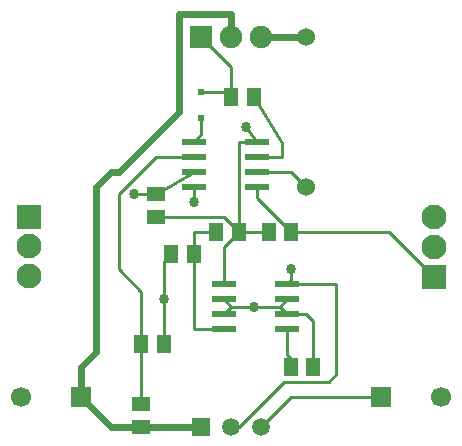
<source format=gbr>
G04 DipTrace 3.0.0.2*
G04 Top.gbr*
%MOIN*%
G04 #@! TF.FileFunction,Copper,L1,Top*
G04 #@! TF.Part,Single*
G04 #@! TA.AperFunction,Conductor*
%ADD13C,0.01*%
%ADD14C,0.024*%
%ADD17R,0.051181X0.059055*%
%ADD19R,0.023622X0.023622*%
G04 #@! TA.AperFunction,ComponentPad*
%ADD20R,0.059055X0.059055*%
%ADD21C,0.059055*%
%ADD22R,0.066929X0.066929*%
%ADD23C,0.066929*%
%ADD24R,0.074803X0.074803*%
%ADD25C,0.074803*%
%ADD26R,0.059055X0.051181*%
G04 #@! TA.AperFunction,ComponentPad*
%ADD27C,0.06*%
%ADD28C,0.06*%
%ADD29R,0.07874X0.023622*%
G04 #@! TA.AperFunction,ComponentPad*
%ADD30R,0.082677X0.082677*%
%ADD31C,0.082677*%
G04 #@! TA.AperFunction,ViaPad*
%ADD32C,0.034*%
%FSLAX26Y26*%
G04*
G70*
G90*
G75*
G01*
G04 Top*
%LPD*%
X1144000Y1583961D2*
D13*
X1259157D1*
X1244197Y1569000D1*
Y1668803D1*
X1144000Y1769000D1*
X1431598Y894000D2*
X1406598Y869000D1*
X1319000D1*
X1431598Y844000D2*
X1406598Y869000D1*
X1219000Y894000D2*
X1244000Y869000D1*
X1319000D1*
X1219000Y844000D2*
X1244000Y869000D1*
X1431598Y844000D2*
X1494000D1*
X1518803Y819197D1*
Y669000D1*
X1044197Y1044000D2*
X1019000Y1018803D1*
Y894000D1*
Y744000D1*
Y894000D2*
D3*
X1119000Y1219000D2*
Y1269000D1*
X1331598Y1319000D2*
X1444000D1*
X1494000Y1269000D1*
X1331598Y1369000D2*
X1413420D1*
Y1412919D1*
X1319000Y1569000D1*
X1744000Y569000D2*
X1444000D1*
X1344000Y469000D1*
X1219000Y794000D2*
X1119000D1*
Y1044000D1*
X1194197Y1119000D2*
X1119000D1*
Y1044000D1*
X1331598Y1419000D2*
X1294000Y1469000D1*
X1369000Y1119000D2*
X1269000D1*
X1219000Y944000D2*
Y1069000D1*
X1269000Y1119000D1*
X994000Y1169000D2*
X1219000D1*
X1269000Y1119000D1*
X1331598Y1419000D2*
X1269000D1*
Y1119000D1*
X1244000Y469000D2*
X1269000D1*
X1419000Y619000D1*
X1569000D1*
X1594000Y644000D1*
Y944000D1*
X1431598D1*
X1444000Y994000D2*
Y956402D1*
X1431598Y944000D1*
X1444000Y669000D2*
Y694000D1*
X1431598Y706402D1*
Y794000D1*
X1331598Y1269000D2*
Y1231205D1*
X1443803Y1119000D1*
X1769000D1*
X1919000Y969000D1*
X944000Y543803D2*
Y744000D1*
X944197D1*
Y918803D1*
X869000Y994000D1*
Y1244000D1*
X994000Y1369000D1*
X1119000D1*
X994000Y1243803D2*
X1119000Y1319000D1*
X994000Y1243803D2*
X919197D1*
X1119000Y1419000D2*
X1144000Y1444000D1*
Y1497346D1*
X1494000Y1769000D2*
D14*
X1344000D1*
X1144000Y469000D2*
X944000D1*
X844000D1*
X744000Y569000D1*
Y669000D1*
X794000Y719000D1*
Y1269000D1*
X844000Y1319000D1*
X869000D1*
X1069000Y1519000D1*
Y1844000D1*
X1244000D1*
Y1769000D1*
D32*
X1294000Y1469000D3*
D3*
X1444000Y994000D3*
X919197Y1243803D3*
X1319000Y869000D3*
X1019000Y894000D3*
X1119000Y1219000D3*
D19*
X1144000Y1497346D3*
Y1583961D3*
D20*
Y469000D3*
D21*
X1244000D3*
X1344000D3*
D22*
X1744000Y569000D3*
D23*
X1944000D3*
D22*
X744000D3*
D23*
X544000D3*
D24*
X1144000Y1769000D3*
D25*
X1244000D3*
X1344000D3*
D26*
X944000Y469000D3*
Y543803D3*
D17*
X1119000Y1044000D3*
X1044197D3*
X1444000Y669000D3*
X1518803D3*
X1269000Y1119000D3*
X1194197D3*
D27*
X1494000Y1769000D3*
D28*
Y1269000D3*
D17*
X1369000Y1119000D3*
X1443803D3*
X944197Y744000D3*
X1019000D3*
D26*
X994000Y1169000D3*
Y1243803D3*
D17*
X1319000Y1569000D3*
X1244197D3*
D29*
X1119000Y1419000D3*
Y1369000D3*
Y1319000D3*
Y1269000D3*
X1331598D3*
Y1319000D3*
Y1369000D3*
Y1419000D3*
X1219000Y944000D3*
Y894000D3*
Y844000D3*
Y794000D3*
X1431598D3*
Y844000D3*
Y894000D3*
Y944000D3*
D30*
X1919000Y969000D3*
D31*
Y1165850D3*
Y1067425D3*
D30*
X569000Y1169000D3*
D31*
Y972150D3*
Y1070575D3*
M02*

</source>
